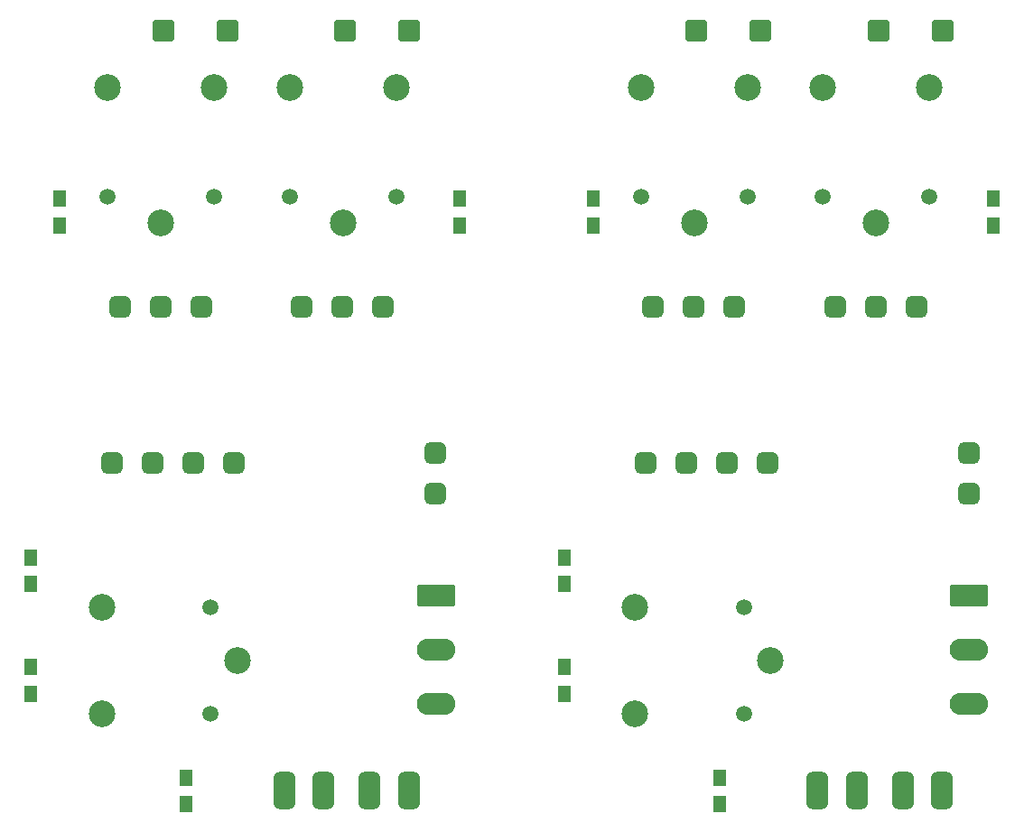
<source format=gbr>
%TF.GenerationSoftware,KiCad,Pcbnew,8.0.7*%
%TF.CreationDate,2025-01-14T20:12:34+09:00*%
%TF.ProjectId,POP_UP_Board_NEW V7.0,504f505f-5550-45f4-926f-6172645f4e45,rev?*%
%TF.SameCoordinates,Original*%
%TF.FileFunction,Soldermask,Top*%
%TF.FilePolarity,Negative*%
%FSLAX46Y46*%
G04 Gerber Fmt 4.6, Leading zero omitted, Abs format (unit mm)*
G04 Created by KiCad (PCBNEW 8.0.7) date 2025-01-14 20:12:34*
%MOMM*%
%LPD*%
G01*
G04 APERTURE LIST*
G04 Aperture macros list*
%AMRoundRect*
0 Rectangle with rounded corners*
0 $1 Rounding radius*
0 $2 $3 $4 $5 $6 $7 $8 $9 X,Y pos of 4 corners*
0 Add a 4 corners polygon primitive as box body*
4,1,4,$2,$3,$4,$5,$6,$7,$8,$9,$2,$3,0*
0 Add four circle primitives for the rounded corners*
1,1,$1+$1,$2,$3*
1,1,$1+$1,$4,$5*
1,1,$1+$1,$6,$7*
1,1,$1+$1,$8,$9*
0 Add four rect primitives between the rounded corners*
20,1,$1+$1,$2,$3,$4,$5,0*
20,1,$1+$1,$4,$5,$6,$7,0*
20,1,$1+$1,$6,$7,$8,$9,0*
20,1,$1+$1,$8,$9,$2,$3,0*%
G04 Aperture macros list end*
%ADD10RoundRect,0.250000X0.750000X0.750000X-0.750000X0.750000X-0.750000X-0.750000X0.750000X-0.750000X0*%
%ADD11RoundRect,0.500000X-0.500000X1.250000X-0.500000X-1.250000X0.500000X-1.250000X0.500000X1.250000X0*%
%ADD12R,1.250000X1.500000*%
%ADD13RoundRect,0.500000X0.500000X0.500000X-0.500000X0.500000X-0.500000X-0.500000X0.500000X-0.500000X0*%
%ADD14RoundRect,0.249600X-1.550400X0.790400X-1.550400X-0.790400X1.550400X-0.790400X1.550400X0.790400X0*%
%ADD15O,3.600000X2.080000*%
%ADD16C,2.500000*%
%ADD17C,1.500000*%
%ADD18RoundRect,0.500000X0.500000X-0.500000X0.500000X0.500000X-0.500000X0.500000X-0.500000X-0.500000X0*%
G04 APERTURE END LIST*
D10*
%TO.C,SW4*%
X164071250Y-56061250D03*
X158071250Y-56061250D03*
%TD*%
D11*
%TO.C,F2*%
X164051250Y-127396250D03*
X160351250Y-127396250D03*
X156051250Y-127396250D03*
X152351250Y-127396250D03*
%TD*%
D12*
%TO.C,D20*%
X131306250Y-74341250D03*
X131306250Y-71841250D03*
%TD*%
D13*
%TO.C,J4*%
X147673750Y-96638750D03*
X143863750Y-96638750D03*
X140053750Y-96638750D03*
X136243750Y-96638750D03*
%TD*%
D12*
%TO.C,D1*%
X128626250Y-107981250D03*
X128626250Y-105481250D03*
%TD*%
%TO.C,D2*%
X143181250Y-128651250D03*
X143181250Y-126151250D03*
%TD*%
%TO.C,D22*%
X168846250Y-74336250D03*
X168846250Y-71836250D03*
%TD*%
D14*
%TO.C,J1*%
X166591250Y-109061250D03*
D15*
X166591250Y-114141250D03*
X166591250Y-119221250D03*
%TD*%
D16*
%TO.C,K6*%
X135816250Y-61446250D03*
D17*
X145816250Y-71646250D03*
X135816250Y-71646250D03*
D16*
X140816250Y-74146250D03*
X145816250Y-61446250D03*
%TD*%
D18*
%TO.C,J3*%
X166551250Y-99471250D03*
X166551250Y-95661250D03*
%TD*%
D12*
%TO.C,D17*%
X128626250Y-118301250D03*
X128626250Y-115801250D03*
%TD*%
D16*
%TO.C,K5*%
X152876250Y-61446250D03*
D17*
X162876250Y-71646250D03*
X152876250Y-71646250D03*
D16*
X157876250Y-74146250D03*
X162876250Y-61446250D03*
%TD*%
%TO.C,K7*%
X135271250Y-120211250D03*
D17*
X145471250Y-110211250D03*
X145471250Y-120211250D03*
D16*
X147971250Y-115211250D03*
X135271250Y-110211250D03*
%TD*%
D10*
%TO.C,SW3*%
X147011250Y-56061250D03*
X141011250Y-56061250D03*
%TD*%
D13*
%TO.C,J2*%
X161638750Y-81968750D03*
X157828750Y-81968750D03*
X154018750Y-81968750D03*
%TD*%
%TO.C,J7*%
X144578750Y-81968750D03*
X140768750Y-81968750D03*
X136958750Y-81968750D03*
%TD*%
D10*
%TO.C,SW3*%
X97011250Y-56061250D03*
X91011250Y-56061250D03*
%TD*%
D13*
%TO.C,J4*%
X97673750Y-96638750D03*
X93863750Y-96638750D03*
X90053750Y-96638750D03*
X86243750Y-96638750D03*
%TD*%
D18*
%TO.C,J3*%
X116551250Y-99471250D03*
X116551250Y-95661250D03*
%TD*%
D16*
%TO.C,K6*%
X85816250Y-61446250D03*
D17*
X95816250Y-71646250D03*
X85816250Y-71646250D03*
D16*
X90816250Y-74146250D03*
X95816250Y-61446250D03*
%TD*%
D14*
%TO.C,J1*%
X116591250Y-109061250D03*
D15*
X116591250Y-114141250D03*
X116591250Y-119221250D03*
%TD*%
D12*
%TO.C,D22*%
X118846250Y-74336250D03*
X118846250Y-71836250D03*
%TD*%
%TO.C,D1*%
X78626250Y-107981250D03*
X78626250Y-105481250D03*
%TD*%
%TO.C,D20*%
X81306250Y-74341250D03*
X81306250Y-71841250D03*
%TD*%
D10*
%TO.C,SW4*%
X114071250Y-56061250D03*
X108071250Y-56061250D03*
%TD*%
D13*
%TO.C,J7*%
X94578750Y-81968750D03*
X90768750Y-81968750D03*
X86958750Y-81968750D03*
%TD*%
D12*
%TO.C,D2*%
X93181250Y-128651250D03*
X93181250Y-126151250D03*
%TD*%
D11*
%TO.C,F2*%
X114051250Y-127396250D03*
X110351250Y-127396250D03*
X106051250Y-127396250D03*
X102351250Y-127396250D03*
%TD*%
D12*
%TO.C,D17*%
X78626250Y-118301250D03*
X78626250Y-115801250D03*
%TD*%
D16*
%TO.C,K7*%
X85271250Y-120211250D03*
D17*
X95471250Y-110211250D03*
X95471250Y-120211250D03*
D16*
X97971250Y-115211250D03*
X85271250Y-110211250D03*
%TD*%
%TO.C,K5*%
X102876250Y-61446250D03*
D17*
X112876250Y-71646250D03*
X102876250Y-71646250D03*
D16*
X107876250Y-74146250D03*
X112876250Y-61446250D03*
%TD*%
D13*
%TO.C,J2*%
X111638750Y-81968750D03*
X107828750Y-81968750D03*
X104018750Y-81968750D03*
%TD*%
M02*

</source>
